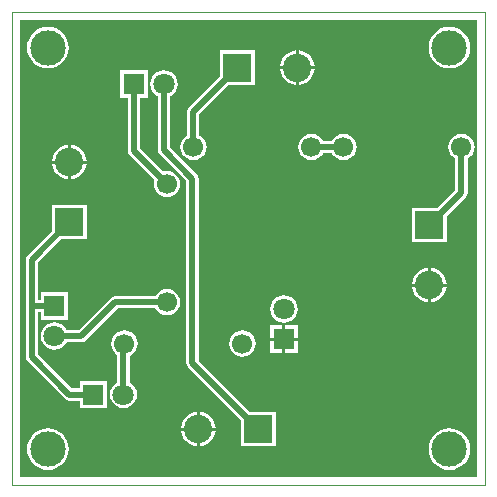
<source format=gbl>
G04 Layer_Physical_Order=2*
G04 Layer_Color=13278208*
%FSLAX44Y44*%
%MOMM*%
G71*
G01*
G75*
%ADD14C,0.5000*%
%ADD17C,0.1000*%
%ADD18R,1.8000X1.8000*%
%ADD19C,1.8000*%
%ADD20R,1.8000X1.8000*%
%ADD21C,2.4000*%
%ADD22R,2.4000X2.4000*%
%ADD23C,1.7000*%
%ADD24R,2.4000X2.4000*%
%ADD25C,3.0000*%
G36*
X393700Y6350D02*
X6350D01*
Y393700D01*
X393700D01*
Y6350D01*
D02*
G37*
%LPC*%
G36*
X241410Y121920D02*
X231140D01*
Y111650D01*
X241410D01*
Y121920D01*
D02*
G37*
G36*
X228600Y134730D02*
X218330D01*
Y124460D01*
X228600D01*
Y134730D01*
D02*
G37*
G36*
X194780Y130515D02*
X191898Y130136D01*
X189212Y129023D01*
X186906Y127254D01*
X185137Y124948D01*
X184024Y122262D01*
X183645Y119380D01*
X184024Y116498D01*
X185137Y113812D01*
X186906Y111506D01*
X189212Y109737D01*
X191898Y108624D01*
X194780Y108245D01*
X197662Y108624D01*
X200348Y109737D01*
X202654Y111506D01*
X204423Y113812D01*
X205536Y116498D01*
X205915Y119380D01*
X205536Y122262D01*
X204423Y124948D01*
X202654Y127254D01*
X200348Y129023D01*
X197662Y130136D01*
X194780Y130515D01*
D02*
G37*
G36*
X228600Y121920D02*
X218330D01*
Y111650D01*
X228600D01*
Y121920D01*
D02*
G37*
G36*
X62800Y236790D02*
X33720D01*
Y214977D01*
X12876Y194134D01*
X11762Y192467D01*
X11371Y190500D01*
Y151130D01*
Y107950D01*
X11762Y105983D01*
X12876Y104316D01*
X44626Y72566D01*
X46294Y71452D01*
X48260Y71061D01*
X57040D01*
Y64660D01*
X80120D01*
Y87740D01*
X57040D01*
Y81339D01*
X50388D01*
X21649Y110078D01*
Y145991D01*
X24020D01*
Y139590D01*
X47100D01*
Y162670D01*
X24020D01*
Y156269D01*
X21649D01*
Y188372D01*
X40987Y207710D01*
X62800D01*
Y236790D01*
D02*
G37*
G36*
X130810Y165605D02*
X127928Y165226D01*
X125242Y164113D01*
X122936Y162344D01*
X121167Y160038D01*
X120989Y159609D01*
X87160D01*
X85194Y159218D01*
X83526Y158104D01*
X56291Y130869D01*
X45922D01*
X45640Y131550D01*
X43790Y133960D01*
X41380Y135810D01*
X38572Y136973D01*
X35560Y137370D01*
X32548Y136973D01*
X29740Y135810D01*
X27330Y133960D01*
X25480Y131550D01*
X24317Y128743D01*
X23920Y125730D01*
X24317Y122718D01*
X25480Y119910D01*
X27330Y117500D01*
X29740Y115650D01*
X32548Y114487D01*
X35560Y114090D01*
X38572Y114487D01*
X41380Y115650D01*
X43790Y117500D01*
X45640Y119910D01*
X45922Y120591D01*
X58420D01*
X60387Y120982D01*
X62054Y122096D01*
X89289Y149331D01*
X120989D01*
X121167Y148902D01*
X122936Y146596D01*
X125242Y144827D01*
X127928Y143714D01*
X130810Y143335D01*
X133692Y143714D01*
X136378Y144827D01*
X138684Y146596D01*
X140453Y148902D01*
X141566Y151588D01*
X141945Y154470D01*
X141566Y157352D01*
X140453Y160038D01*
X138684Y162344D01*
X136378Y164113D01*
X133692Y165226D01*
X130810Y165605D01*
D02*
G37*
G36*
X241410Y134730D02*
X231140D01*
Y124460D01*
X241410D01*
Y134730D01*
D02*
G37*
G36*
X229870Y160229D02*
X226857Y159833D01*
X224050Y158670D01*
X221640Y156820D01*
X219790Y154410D01*
X218627Y151602D01*
X218230Y148590D01*
X218627Y145577D01*
X219790Y142770D01*
X221640Y140360D01*
X224050Y138510D01*
X226857Y137347D01*
X229870Y136950D01*
X232882Y137347D01*
X235690Y138510D01*
X238100Y140360D01*
X239950Y142770D01*
X241113Y145577D01*
X241509Y148590D01*
X241113Y151602D01*
X239950Y154410D01*
X238100Y156820D01*
X235690Y158670D01*
X232882Y159833D01*
X229870Y160229D01*
D02*
G37*
G36*
X128270Y350730D02*
X125258Y350333D01*
X122450Y349170D01*
X120040Y347320D01*
X118190Y344910D01*
X117027Y342103D01*
X116630Y339090D01*
X117027Y336077D01*
X118190Y333270D01*
X120040Y330860D01*
X122450Y329010D01*
X123131Y328728D01*
Y283210D01*
X123522Y281243D01*
X124636Y279576D01*
X147261Y256952D01*
Y102870D01*
X147652Y100904D01*
X148766Y99236D01*
X193740Y54263D01*
Y32450D01*
X222820D01*
Y61530D01*
X201007D01*
X157539Y104999D01*
Y259080D01*
X157148Y261047D01*
X156034Y262714D01*
X133409Y285338D01*
Y328728D01*
X134090Y329010D01*
X136500Y330860D01*
X138350Y333270D01*
X139513Y336077D01*
X139909Y339090D01*
X139513Y342103D01*
X138350Y344910D01*
X136500Y347320D01*
X134090Y349170D01*
X131283Y350333D01*
X128270Y350730D01*
D02*
G37*
G36*
X156210Y45720D02*
X142982D01*
X143314Y43194D01*
X144779Y39657D01*
X147110Y36620D01*
X150147Y34289D01*
X153684Y32824D01*
X156210Y32492D01*
Y45720D01*
D02*
G37*
G36*
X30000Y47625D02*
X26562Y47286D01*
X23255Y46283D01*
X20208Y44654D01*
X17537Y42463D01*
X15345Y39792D01*
X13717Y36745D01*
X12714Y33438D01*
X12375Y30000D01*
X12714Y26562D01*
X13717Y23255D01*
X15345Y20208D01*
X17537Y17537D01*
X20208Y15345D01*
X23255Y13717D01*
X26562Y12714D01*
X30000Y12375D01*
X33438Y12714D01*
X36745Y13717D01*
X39792Y15345D01*
X42463Y17537D01*
X44654Y20208D01*
X46283Y23255D01*
X47286Y26562D01*
X47625Y30000D01*
X47286Y33438D01*
X46283Y36745D01*
X44654Y39792D01*
X42463Y42463D01*
X39792Y44654D01*
X36745Y46283D01*
X33438Y47286D01*
X30000Y47625D01*
D02*
G37*
G36*
X370000D02*
X366562Y47286D01*
X363255Y46283D01*
X360208Y44654D01*
X357537Y42463D01*
X355345Y39792D01*
X353717Y36745D01*
X352714Y33438D01*
X352375Y30000D01*
X352714Y26562D01*
X353717Y23255D01*
X355345Y20208D01*
X357537Y17537D01*
X360208Y15345D01*
X363255Y13717D01*
X366562Y12714D01*
X370000Y12375D01*
X373438Y12714D01*
X376745Y13717D01*
X379792Y15345D01*
X382463Y17537D01*
X384655Y20208D01*
X386283Y23255D01*
X387286Y26562D01*
X387625Y30000D01*
X387286Y33438D01*
X386283Y36745D01*
X384655Y39792D01*
X382463Y42463D01*
X379792Y44654D01*
X376745Y46283D01*
X373438Y47286D01*
X370000Y47625D01*
D02*
G37*
G36*
X158750Y61488D02*
Y48260D01*
X171978D01*
X171646Y50786D01*
X170181Y54323D01*
X167850Y57360D01*
X164813Y59691D01*
X161276Y61156D01*
X158750Y61488D01*
D02*
G37*
G36*
X94780Y130515D02*
X91898Y130136D01*
X89212Y129023D01*
X86906Y127254D01*
X85137Y124948D01*
X84024Y122262D01*
X83645Y119380D01*
X84024Y116498D01*
X85137Y113812D01*
X86906Y111506D01*
X88841Y110021D01*
Y86562D01*
X88160Y86280D01*
X85750Y84430D01*
X83900Y82020D01*
X82737Y79212D01*
X82340Y76200D01*
X82737Y73187D01*
X83900Y70380D01*
X85750Y67970D01*
X88160Y66120D01*
X90968Y64957D01*
X93980Y64560D01*
X96993Y64957D01*
X99800Y66120D01*
X102210Y67970D01*
X104060Y70380D01*
X105223Y73187D01*
X105619Y76200D01*
X105223Y79212D01*
X104060Y82020D01*
X102210Y84430D01*
X99800Y86280D01*
X99119Y86562D01*
Y109228D01*
X100348Y109737D01*
X102654Y111506D01*
X104423Y113812D01*
X105536Y116498D01*
X105915Y119380D01*
X105536Y122262D01*
X104423Y124948D01*
X102654Y127254D01*
X100348Y129023D01*
X97662Y130136D01*
X94780Y130515D01*
D02*
G37*
G36*
X171978Y45720D02*
X158750D01*
Y32492D01*
X161276Y32824D01*
X164813Y34289D01*
X167850Y36620D01*
X170181Y39657D01*
X171646Y43194D01*
X171978Y45720D01*
D02*
G37*
G36*
X156210Y61488D02*
X153684Y61156D01*
X150147Y59691D01*
X147110Y57360D01*
X144779Y54323D01*
X143314Y50786D01*
X142982Y48260D01*
X156210D01*
Y61488D01*
D02*
G37*
G36*
X351790Y167640D02*
X338562D01*
X338894Y165114D01*
X340359Y161577D01*
X342690Y158540D01*
X345727Y156209D01*
X349264Y154744D01*
X351790Y154412D01*
Y167640D01*
D02*
G37*
G36*
X240030Y351790D02*
X226802D01*
X227134Y349264D01*
X228599Y345727D01*
X230930Y342690D01*
X233967Y340359D01*
X237504Y338894D01*
X240030Y338562D01*
Y351790D01*
D02*
G37*
G36*
X255798D02*
X242570D01*
Y338562D01*
X245096Y338894D01*
X248633Y340359D01*
X251670Y342690D01*
X254001Y345727D01*
X255466Y349264D01*
X255798Y351790D01*
D02*
G37*
G36*
X205040Y367600D02*
X175960D01*
Y345787D01*
X149566Y319394D01*
X148452Y317726D01*
X148061Y315760D01*
Y295571D01*
X147632Y295393D01*
X145326Y293624D01*
X143557Y291318D01*
X142444Y288632D01*
X142065Y285750D01*
X142444Y282868D01*
X143557Y280182D01*
X145326Y277876D01*
X147632Y276107D01*
X150318Y274994D01*
X153200Y274615D01*
X156082Y274994D01*
X158768Y276107D01*
X161074Y277876D01*
X162843Y280182D01*
X163956Y282868D01*
X164335Y285750D01*
X163956Y288632D01*
X162843Y291318D01*
X161074Y293624D01*
X158768Y295393D01*
X158339Y295571D01*
Y313631D01*
X183227Y338520D01*
X205040D01*
Y367600D01*
D02*
G37*
G36*
X280200Y296885D02*
X277318Y296506D01*
X274632Y295393D01*
X272326Y293624D01*
X270557Y291318D01*
X270379Y290889D01*
X263021D01*
X262843Y291318D01*
X261074Y293624D01*
X258768Y295393D01*
X256082Y296506D01*
X253200Y296885D01*
X250318Y296506D01*
X247632Y295393D01*
X245326Y293624D01*
X243557Y291318D01*
X242444Y288632D01*
X242065Y285750D01*
X242444Y282868D01*
X243557Y280182D01*
X245326Y277876D01*
X247632Y276107D01*
X250318Y274994D01*
X253200Y274615D01*
X256082Y274994D01*
X258768Y276107D01*
X261074Y277876D01*
X262843Y280182D01*
X263021Y280611D01*
X270379D01*
X270557Y280182D01*
X272326Y277876D01*
X274632Y276107D01*
X277318Y274994D01*
X280200Y274615D01*
X283082Y274994D01*
X285768Y276107D01*
X288074Y277876D01*
X289843Y280182D01*
X290956Y282868D01*
X291335Y285750D01*
X290956Y288632D01*
X289843Y291318D01*
X288074Y293624D01*
X285768Y295393D01*
X283082Y296506D01*
X280200Y296885D01*
D02*
G37*
G36*
X240030Y367558D02*
X237504Y367226D01*
X233967Y365761D01*
X230930Y363430D01*
X228599Y360393D01*
X227134Y356856D01*
X226802Y354330D01*
X240030D01*
Y367558D01*
D02*
G37*
G36*
X242570D02*
Y354330D01*
X255798D01*
X255466Y356856D01*
X254001Y360393D01*
X251670Y363430D01*
X248633Y365761D01*
X245096Y367226D01*
X242570Y367558D01*
D02*
G37*
G36*
X30000Y387625D02*
X26562Y387286D01*
X23255Y386283D01*
X20208Y384655D01*
X17537Y382463D01*
X15345Y379792D01*
X13717Y376745D01*
X12714Y373438D01*
X12375Y370000D01*
X12714Y366562D01*
X13717Y363255D01*
X15345Y360208D01*
X17537Y357537D01*
X20208Y355345D01*
X23255Y353717D01*
X26562Y352714D01*
X30000Y352375D01*
X33438Y352714D01*
X36745Y353717D01*
X39792Y355345D01*
X42463Y357537D01*
X44654Y360208D01*
X46283Y363255D01*
X47286Y366562D01*
X47625Y370000D01*
X47286Y373438D01*
X46283Y376745D01*
X44654Y379792D01*
X42463Y382463D01*
X39792Y384655D01*
X36745Y386283D01*
X33438Y387286D01*
X30000Y387625D01*
D02*
G37*
G36*
X370000D02*
X366562Y387286D01*
X363255Y386283D01*
X360208Y384655D01*
X357537Y382463D01*
X355345Y379792D01*
X353717Y376745D01*
X352714Y373438D01*
X352375Y370000D01*
X352714Y366562D01*
X353717Y363255D01*
X355345Y360208D01*
X357537Y357537D01*
X360208Y355345D01*
X363255Y353717D01*
X366562Y352714D01*
X370000Y352375D01*
X373438Y352714D01*
X376745Y353717D01*
X379792Y355345D01*
X382463Y357537D01*
X384655Y360208D01*
X386283Y363255D01*
X387286Y366562D01*
X387625Y370000D01*
X387286Y373438D01*
X386283Y376745D01*
X384655Y379792D01*
X382463Y382463D01*
X379792Y384655D01*
X376745Y386283D01*
X373438Y387286D01*
X370000Y387625D01*
D02*
G37*
G36*
X49530Y287548D02*
Y274320D01*
X62758D01*
X62426Y276846D01*
X60961Y280383D01*
X58630Y283420D01*
X55593Y285751D01*
X52056Y287216D01*
X49530Y287548D01*
D02*
G37*
G36*
X354330Y183408D02*
Y170180D01*
X367558D01*
X367226Y172706D01*
X365761Y176243D01*
X363430Y179280D01*
X360393Y181611D01*
X356856Y183076D01*
X354330Y183408D01*
D02*
G37*
G36*
X380200Y296885D02*
X377318Y296506D01*
X374632Y295393D01*
X372326Y293624D01*
X370557Y291318D01*
X369444Y288632D01*
X369065Y285750D01*
X369444Y282868D01*
X370557Y280182D01*
X372326Y277876D01*
X374632Y276107D01*
X375061Y275929D01*
Y248979D01*
X360333Y234250D01*
X338520D01*
Y205170D01*
X367600D01*
Y226983D01*
X383834Y243216D01*
X384948Y244883D01*
X385339Y246850D01*
Y275929D01*
X385768Y276107D01*
X388074Y277876D01*
X389843Y280182D01*
X390956Y282868D01*
X391335Y285750D01*
X390956Y288632D01*
X389843Y291318D01*
X388074Y293624D01*
X385768Y295393D01*
X383082Y296506D01*
X380200Y296885D01*
D02*
G37*
G36*
X367558Y167640D02*
X354330D01*
Y154412D01*
X356856Y154744D01*
X360393Y156209D01*
X363430Y158540D01*
X365761Y161577D01*
X367226Y165114D01*
X367558Y167640D01*
D02*
G37*
G36*
X351790Y183408D02*
X349264Y183076D01*
X345727Y181611D01*
X342690Y179280D01*
X340359Y176243D01*
X338894Y172706D01*
X338562Y170180D01*
X351790D01*
Y183408D01*
D02*
G37*
G36*
X62758Y271780D02*
X49530D01*
Y258552D01*
X52056Y258884D01*
X55593Y260349D01*
X58630Y262680D01*
X60961Y265717D01*
X62426Y269254D01*
X62758Y271780D01*
D02*
G37*
G36*
X46990Y287548D02*
X44464Y287216D01*
X40927Y285751D01*
X37890Y283420D01*
X35559Y280383D01*
X34094Y276846D01*
X33762Y274320D01*
X46990D01*
Y287548D01*
D02*
G37*
G36*
X114410Y350630D02*
X91330D01*
Y327550D01*
X97731D01*
Y282410D01*
X98122Y280443D01*
X99236Y278776D01*
X120232Y257781D01*
X120054Y257352D01*
X119675Y254470D01*
X120054Y251588D01*
X121167Y248902D01*
X122936Y246596D01*
X125242Y244827D01*
X127928Y243714D01*
X130810Y243335D01*
X133692Y243714D01*
X136378Y244827D01*
X138684Y246596D01*
X140453Y248902D01*
X141566Y251588D01*
X141945Y254470D01*
X141566Y257352D01*
X140453Y260038D01*
X138684Y262344D01*
X136378Y264113D01*
X133692Y265226D01*
X130810Y265605D01*
X127928Y265226D01*
X127499Y265048D01*
X108009Y284538D01*
Y327550D01*
X114410D01*
Y350630D01*
D02*
G37*
G36*
X46990Y271780D02*
X33762D01*
X34094Y269254D01*
X35559Y265717D01*
X37890Y262680D01*
X40927Y260349D01*
X44464Y258884D01*
X46990Y258552D01*
Y271780D01*
D02*
G37*
%LPD*%
D14*
X152400Y102870D02*
X208280Y46990D01*
X153200Y315760D02*
X190500Y353060D01*
X153200Y285750D02*
Y315760D01*
X16510Y151130D02*
Y190500D01*
Y107950D02*
Y151130D01*
X35560D01*
X16510Y190500D02*
X48260Y222250D01*
X16510Y107950D02*
X48260Y76200D01*
X68580D01*
X87160Y154470D02*
X130810D01*
X58420Y125730D02*
X87160Y154470D01*
X35560Y125730D02*
X58420D01*
X93980Y118580D02*
X94780Y119380D01*
X93980Y76200D02*
Y118580D01*
X152400Y102870D02*
Y259080D01*
X128270Y283210D02*
X152400Y259080D01*
X128270Y283210D02*
Y339090D01*
X102870Y282410D02*
Y339090D01*
Y282410D02*
X130810Y254470D01*
X380200Y246850D02*
Y285750D01*
X353060Y219710D02*
X380200Y246850D01*
X253200Y285750D02*
X280200D01*
D17*
X0Y0D02*
Y400000D01*
Y0D02*
X400000D01*
Y400000D01*
X0D02*
X400000D01*
D18*
X68580Y76200D02*
D03*
X102870Y339090D02*
D03*
D19*
X93980Y76200D02*
D03*
X35560Y125730D02*
D03*
X229870Y148590D02*
D03*
X128270Y339090D02*
D03*
D20*
X35560Y151130D02*
D03*
X229870Y123190D02*
D03*
D21*
X353060Y168910D02*
D03*
X48260Y273050D02*
D03*
X241300Y353060D02*
D03*
X157480Y46990D02*
D03*
D22*
X353060Y219710D02*
D03*
X48260Y222250D02*
D03*
D23*
X280200Y285750D02*
D03*
X380200D02*
D03*
X153200D02*
D03*
X253200D02*
D03*
X130810Y154470D02*
D03*
Y254470D02*
D03*
X194780Y119380D02*
D03*
X94780D02*
D03*
D24*
X190500Y353060D02*
D03*
X208280Y46990D02*
D03*
D25*
X30000Y370000D02*
D03*
X370000Y30000D02*
D03*
Y370000D02*
D03*
X30000Y30000D02*
D03*
M02*

</source>
